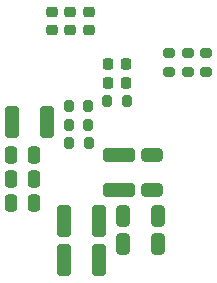
<source format=gbp>
G04 #@! TF.GenerationSoftware,KiCad,Pcbnew,9.0.0*
G04 #@! TF.CreationDate,2025-02-24T19:41:20+01:00*
G04 #@! TF.ProjectId,SourceFIle,536f7572-6365-4464-996c-652e6b696361,02*
G04 #@! TF.SameCoordinates,Original*
G04 #@! TF.FileFunction,Paste,Bot*
G04 #@! TF.FilePolarity,Positive*
%FSLAX46Y46*%
G04 Gerber Fmt 4.6, Leading zero omitted, Abs format (unit mm)*
G04 Created by KiCad (PCBNEW 9.0.0) date 2025-02-24 19:41:20*
%MOMM*%
%LPD*%
G01*
G04 APERTURE LIST*
G04 Aperture macros list*
%AMRoundRect*
0 Rectangle with rounded corners*
0 $1 Rounding radius*
0 $2 $3 $4 $5 $6 $7 $8 $9 X,Y pos of 4 corners*
0 Add a 4 corners polygon primitive as box body*
4,1,4,$2,$3,$4,$5,$6,$7,$8,$9,$2,$3,0*
0 Add four circle primitives for the rounded corners*
1,1,$1+$1,$2,$3*
1,1,$1+$1,$4,$5*
1,1,$1+$1,$6,$7*
1,1,$1+$1,$8,$9*
0 Add four rect primitives between the rounded corners*
20,1,$1+$1,$2,$3,$4,$5,0*
20,1,$1+$1,$4,$5,$6,$7,0*
20,1,$1+$1,$6,$7,$8,$9,0*
20,1,$1+$1,$8,$9,$2,$3,0*%
G04 Aperture macros list end*
%ADD10RoundRect,0.225000X0.225000X0.250000X-0.225000X0.250000X-0.225000X-0.250000X0.225000X-0.250000X0*%
%ADD11RoundRect,0.250000X0.250000X0.475000X-0.250000X0.475000X-0.250000X-0.475000X0.250000X-0.475000X0*%
%ADD12RoundRect,0.250000X0.325000X1.100000X-0.325000X1.100000X-0.325000X-1.100000X0.325000X-1.100000X0*%
%ADD13RoundRect,0.225000X0.250000X-0.225000X0.250000X0.225000X-0.250000X0.225000X-0.250000X-0.225000X0*%
%ADD14RoundRect,0.250000X0.650000X-0.325000X0.650000X0.325000X-0.650000X0.325000X-0.650000X-0.325000X0*%
%ADD15RoundRect,0.250000X-0.325000X-1.100000X0.325000X-1.100000X0.325000X1.100000X-0.325000X1.100000X0*%
%ADD16RoundRect,0.250000X0.325000X0.650000X-0.325000X0.650000X-0.325000X-0.650000X0.325000X-0.650000X0*%
%ADD17RoundRect,0.200000X-0.200000X-0.275000X0.200000X-0.275000X0.200000X0.275000X-0.200000X0.275000X0*%
%ADD18RoundRect,0.200000X0.200000X0.275000X-0.200000X0.275000X-0.200000X-0.275000X0.200000X-0.275000X0*%
%ADD19RoundRect,0.250000X1.100000X-0.325000X1.100000X0.325000X-1.100000X0.325000X-1.100000X-0.325000X0*%
%ADD20RoundRect,0.200000X-0.275000X0.200000X-0.275000X-0.200000X0.275000X-0.200000X0.275000X0.200000X0*%
G04 APERTURE END LIST*
D10*
X138965000Y-83360000D03*
X137415000Y-83360000D03*
D11*
X131110000Y-89480000D03*
X129210000Y-89480000D03*
D12*
X132265000Y-86730000D03*
X129315000Y-86730000D03*
D13*
X134230000Y-78905000D03*
X134230000Y-77355000D03*
D14*
X141170000Y-92455000D03*
X141170000Y-89505000D03*
D15*
X133685000Y-95110000D03*
X136635000Y-95110000D03*
D11*
X131120000Y-91530000D03*
X129220000Y-91530000D03*
X131120000Y-93570000D03*
X129220000Y-93570000D03*
D10*
X138965000Y-81800000D03*
X137415000Y-81800000D03*
D16*
X141615000Y-97050000D03*
X138665000Y-97050000D03*
D17*
X137345000Y-84900000D03*
X138995000Y-84900000D03*
D18*
X135765000Y-85370000D03*
X134115000Y-85370000D03*
D13*
X132690000Y-78915000D03*
X132690000Y-77365000D03*
D19*
X138310000Y-92465000D03*
X138310000Y-89515000D03*
D20*
X142620000Y-80820000D03*
X142620000Y-82470000D03*
X145710000Y-80820000D03*
X145710000Y-82470000D03*
D16*
X141615000Y-94630000D03*
X138665000Y-94630000D03*
D15*
X133685000Y-98410000D03*
X136635000Y-98410000D03*
D18*
X135775000Y-88520000D03*
X134125000Y-88520000D03*
D20*
X144170000Y-80820000D03*
X144170000Y-82470000D03*
D18*
X135765000Y-86950000D03*
X134115000Y-86950000D03*
D13*
X135780000Y-78915000D03*
X135780000Y-77365000D03*
M02*

</source>
